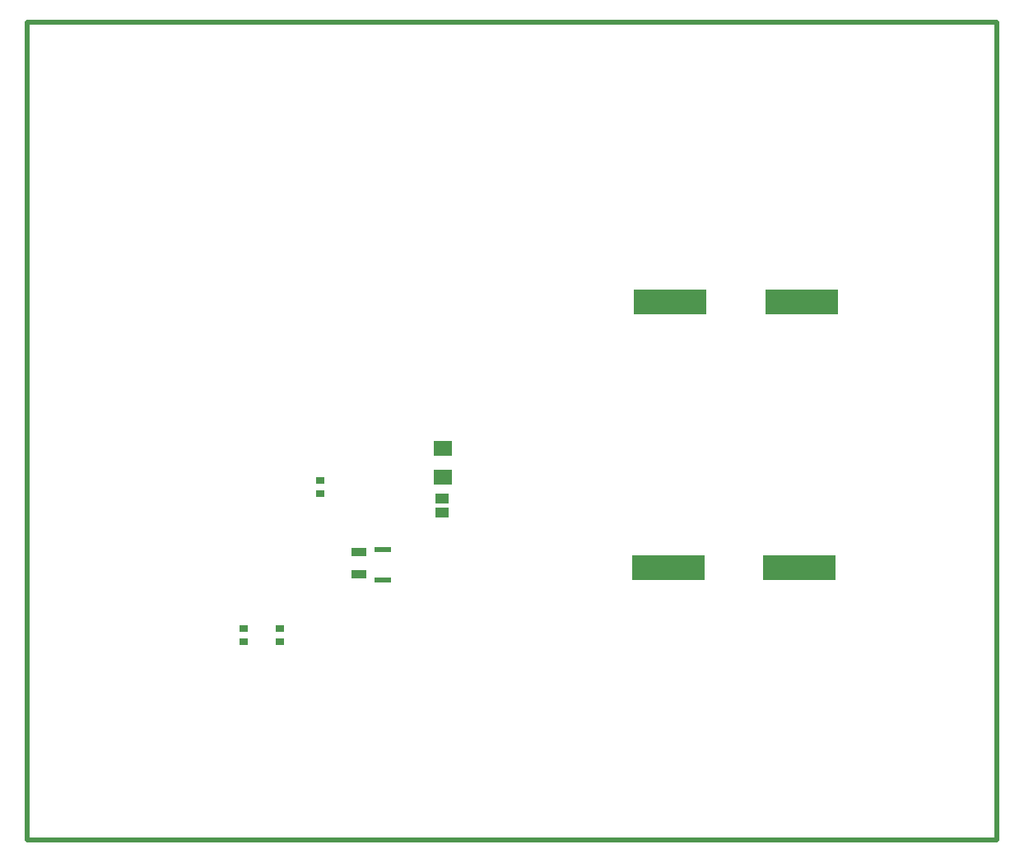
<source format=gbp>
G04*
G04 #@! TF.GenerationSoftware,Altium Limited,Altium Designer,19.1.8 (144)*
G04*
G04 Layer_Color=128*
%FSLAX25Y25*%
%MOIN*%
G70*
G01*
G75*
%ADD13C,0.01000*%
%ADD14C,0.01968*%
%ADD35R,0.03740X0.03150*%
%ADD46R,0.05315X0.04331*%
%ADD111R,0.06693X0.02165*%
%ADD112R,0.06102X0.03740*%
%ADD113R,0.07480X0.06102*%
%ADD114R,0.29528X0.09843*%
D13*
X28000Y456642D02*
X28051Y456693D01*
D14*
X420866Y125500D02*
Y456626D01*
X28051Y456693D02*
X420933D01*
X28000Y449500D02*
Y456642D01*
X28000Y125500D02*
X420866Y125500D01*
X28000Y449500D02*
X28000Y125500D01*
D35*
X130315Y206004D02*
D03*
Y211319D02*
D03*
X146850Y265846D02*
D03*
Y271161D02*
D03*
X115748Y206004D02*
D03*
Y211319D02*
D03*
D46*
X196063Y258268D02*
D03*
Y263779D02*
D03*
D111*
X172047Y230915D02*
D03*
Y243317D02*
D03*
D112*
X162547Y242317D02*
D03*
Y233065D02*
D03*
D113*
X196457Y272539D02*
D03*
Y284154D02*
D03*
D114*
X287795Y235827D02*
D03*
X340945D02*
D03*
X288500Y343500D02*
D03*
X341650D02*
D03*
M02*

</source>
